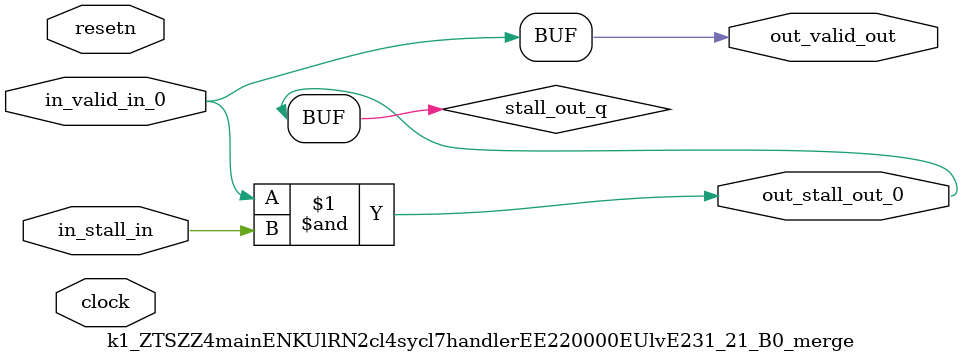
<source format=sv>



(* altera_attribute = "-name AUTO_SHIFT_REGISTER_RECOGNITION OFF; -name MESSAGE_DISABLE 10036; -name MESSAGE_DISABLE 10037; -name MESSAGE_DISABLE 14130; -name MESSAGE_DISABLE 14320; -name MESSAGE_DISABLE 15400; -name MESSAGE_DISABLE 14130; -name MESSAGE_DISABLE 10036; -name MESSAGE_DISABLE 12020; -name MESSAGE_DISABLE 12030; -name MESSAGE_DISABLE 12010; -name MESSAGE_DISABLE 12110; -name MESSAGE_DISABLE 14320; -name MESSAGE_DISABLE 13410; -name MESSAGE_DISABLE 113007; -name MESSAGE_DISABLE 10958" *)
module k1_ZTSZZ4mainENKUlRN2cl4sycl7handlerEE220000EUlvE231_21_B0_merge (
    input wire [0:0] in_stall_in,
    input wire [0:0] in_valid_in_0,
    output wire [0:0] out_stall_out_0,
    output wire [0:0] out_valid_out,
    input wire clock,
    input wire resetn
    );

    wire [0:0] stall_out_q;


    // stall_out(LOGICAL,6)
    assign stall_out_q = in_valid_in_0 & in_stall_in;

    // out_stall_out_0(GPOUT,4)
    assign out_stall_out_0 = stall_out_q;

    // out_valid_out(GPOUT,5)
    assign out_valid_out = in_valid_in_0;

endmodule

</source>
